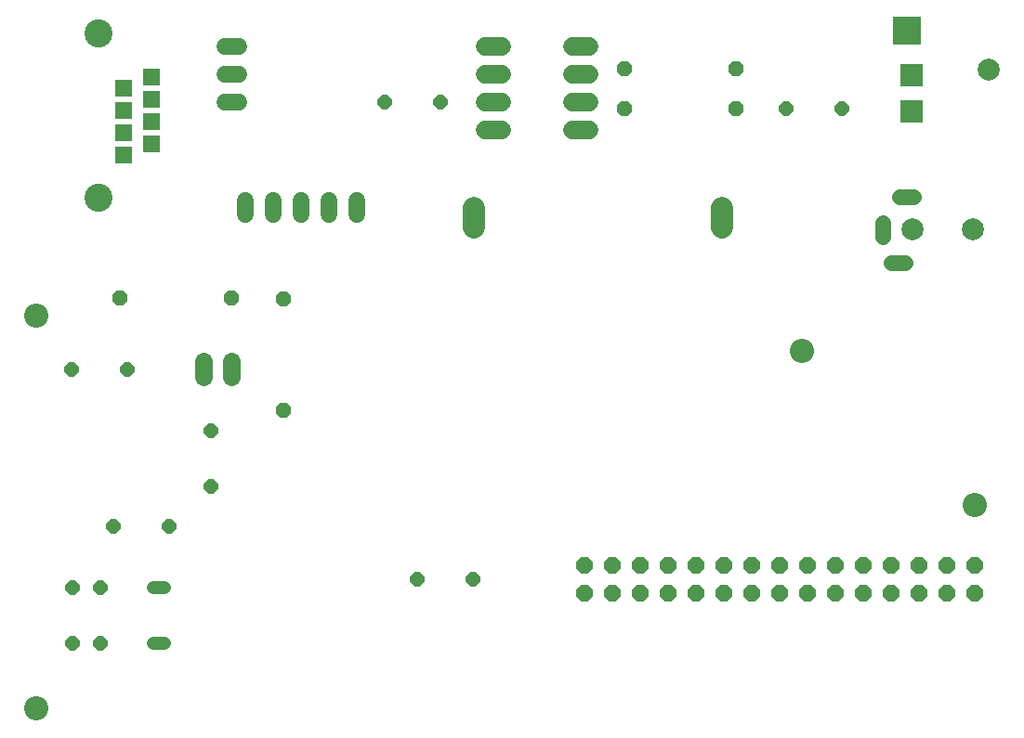
<source format=gbs>
G75*
%MOIN*%
%OFA0B0*%
%FSLAX25Y25*%
%IPPOS*%
%LPD*%
%AMOC8*
5,1,8,0,0,1.08239X$1,22.5*
%
%ADD10C,0.08674*%
%ADD11OC8,0.05162*%
%ADD12C,0.05950*%
%ADD13C,0.06400*%
%ADD14C,0.06800*%
%ADD15C,0.07887*%
%ADD16C,0.05800*%
%ADD17OC8,0.05556*%
%ADD18R,0.05950X0.05950*%
%ADD19C,0.10091*%
%ADD20C,0.04769*%
%ADD21R,0.07887X0.07887*%
%ADD22R,0.09855X0.09855*%
%ADD23C,0.07887*%
%ADD24OC8,0.05950*%
D10*
X0014000Y0015732D03*
X0014000Y0156732D03*
X0288500Y0144232D03*
X0350500Y0088732D03*
D11*
X0170500Y0062024D03*
X0150500Y0062024D03*
X0076500Y0095500D03*
X0061500Y0081000D03*
X0041500Y0081000D03*
X0037000Y0059000D03*
X0027000Y0059000D03*
X0027000Y0039000D03*
X0037000Y0039000D03*
X0076500Y0115500D03*
X0046500Y0137500D03*
X0026500Y0137500D03*
X0139000Y0233500D03*
X0159000Y0233500D03*
X0283000Y0231000D03*
X0303000Y0231000D03*
D12*
X0129000Y0198075D02*
X0129000Y0192925D01*
X0119000Y0192925D02*
X0119000Y0198075D01*
X0109000Y0198075D02*
X0109000Y0192925D01*
X0099000Y0192925D02*
X0099000Y0198075D01*
X0089000Y0198075D02*
X0089000Y0192925D01*
X0086575Y0233500D02*
X0081425Y0233500D01*
X0081425Y0243500D02*
X0086575Y0243500D01*
X0086575Y0253500D02*
X0081425Y0253500D01*
D13*
X0084000Y0140300D02*
X0084000Y0134700D01*
X0074000Y0134700D02*
X0074000Y0140300D01*
D14*
X0174752Y0223500D02*
X0180752Y0223500D01*
X0180752Y0233500D02*
X0174752Y0233500D01*
X0174752Y0243500D02*
X0180752Y0243500D01*
X0180752Y0253500D02*
X0174752Y0253500D01*
X0206248Y0253500D02*
X0212248Y0253500D01*
X0212248Y0243500D02*
X0206248Y0243500D01*
X0206248Y0233500D02*
X0212248Y0233500D01*
X0212248Y0223500D02*
X0206248Y0223500D01*
D15*
X0328165Y0187665D03*
X0349819Y0187665D03*
X0355724Y0245146D03*
D16*
X0328697Y0199476D02*
X0323697Y0199476D01*
X0317535Y0190165D02*
X0317535Y0185165D01*
X0320547Y0175854D02*
X0325547Y0175854D01*
D17*
X0265000Y0231000D03*
X0265000Y0245500D03*
X0225000Y0245500D03*
X0225000Y0231000D03*
X0102500Y0162732D03*
X0084000Y0163000D03*
X0044000Y0163000D03*
X0102500Y0122732D03*
D18*
X0045362Y0214445D03*
X0055362Y0218461D03*
X0045362Y0222476D03*
X0055362Y0226492D03*
X0045362Y0230508D03*
X0055362Y0234524D03*
X0045362Y0238539D03*
X0055362Y0242555D03*
D19*
X0036307Y0258028D03*
X0036307Y0198972D03*
D20*
X0056016Y0059083D02*
X0059984Y0059083D01*
X0059984Y0039083D02*
X0056016Y0039083D01*
D21*
X0327772Y0230185D03*
X0327772Y0243177D03*
D22*
X0326197Y0258925D03*
D23*
X0259988Y0195543D02*
X0259988Y0188457D01*
X0171012Y0188457D02*
X0171012Y0195543D01*
D24*
X0210528Y0067024D03*
X0220528Y0067024D03*
X0230528Y0067024D03*
X0240528Y0067024D03*
X0250528Y0067024D03*
X0260528Y0067024D03*
X0270528Y0067024D03*
X0280528Y0067024D03*
X0290528Y0067024D03*
X0300528Y0067024D03*
X0310528Y0067024D03*
X0320528Y0067024D03*
X0330528Y0067024D03*
X0340528Y0067024D03*
X0350528Y0067024D03*
X0350528Y0057024D03*
X0340528Y0057024D03*
X0330528Y0057024D03*
X0320528Y0057024D03*
X0310528Y0057024D03*
X0300528Y0057024D03*
X0290528Y0057024D03*
X0280528Y0057024D03*
X0270528Y0057024D03*
X0260528Y0057024D03*
X0250528Y0057024D03*
X0240528Y0057024D03*
X0230528Y0057024D03*
X0220528Y0057024D03*
X0210528Y0057024D03*
M02*

</source>
